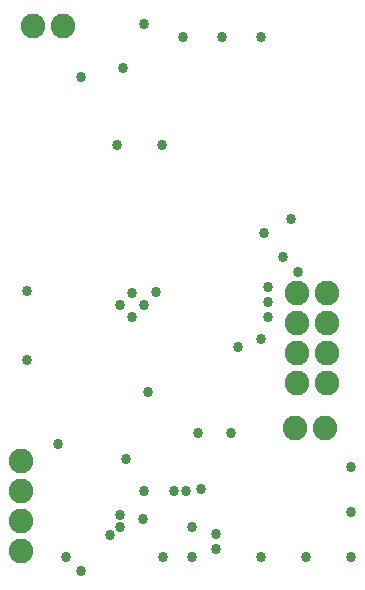
<source format=gbr>
G04 EAGLE Gerber X2 export*
%TF.Part,Single*%
%TF.FileFunction,Soldermask,Bot,1*%
%TF.FilePolarity,Negative*%
%TF.GenerationSoftware,Autodesk,EAGLE,9.0.1*%
%TF.CreationDate,2019-06-07T13:03:31Z*%
G75*
%MOMM*%
%FSLAX34Y34*%
%LPD*%
%AMOC8*
5,1,8,0,0,1.08239X$1,22.5*%
G01*
%ADD10C,2.082800*%
%ADD11C,0.859600*%


D10*
X271780Y248920D03*
X297180Y248920D03*
X271780Y223520D03*
X297180Y223520D03*
X271780Y198120D03*
X297180Y198120D03*
X271780Y172720D03*
X297180Y172720D03*
X73660Y474980D03*
X48260Y474980D03*
X38100Y30480D03*
X38100Y55880D03*
X38100Y81280D03*
X38100Y106680D03*
X295910Y134620D03*
X270510Y134620D03*
D11*
X89040Y431550D03*
X124850Y439420D03*
X141850Y476250D03*
X175260Y465700D03*
X208280Y465700D03*
X241300Y465700D03*
X157480Y373720D03*
X119380Y373720D03*
X243680Y299720D03*
X43180Y250260D03*
X43180Y191840D03*
X187960Y130175D03*
X215900Y130175D03*
X190500Y82550D03*
X182755Y50800D03*
X182755Y25400D03*
X88900Y13442D03*
X113411Y43561D03*
X152400Y249408D03*
X222250Y203200D03*
X266700Y311150D03*
X273050Y266700D03*
X247650Y254000D03*
X247650Y241300D03*
X247650Y228600D03*
X121920Y238760D03*
X132080Y248920D03*
X132080Y228600D03*
X142240Y238760D03*
X158750Y25400D03*
X127000Y107950D03*
X203200Y31750D03*
X203200Y44450D03*
X146050Y165100D03*
X167640Y81280D03*
X177800Y81280D03*
X241300Y209550D03*
X260350Y279400D03*
X69850Y120650D03*
X121920Y60960D03*
X121920Y50800D03*
X142240Y81280D03*
X141755Y57150D03*
X317500Y25400D03*
X317500Y63500D03*
X317500Y101600D03*
X279400Y25400D03*
X241300Y25400D03*
X76200Y25400D03*
M02*

</source>
